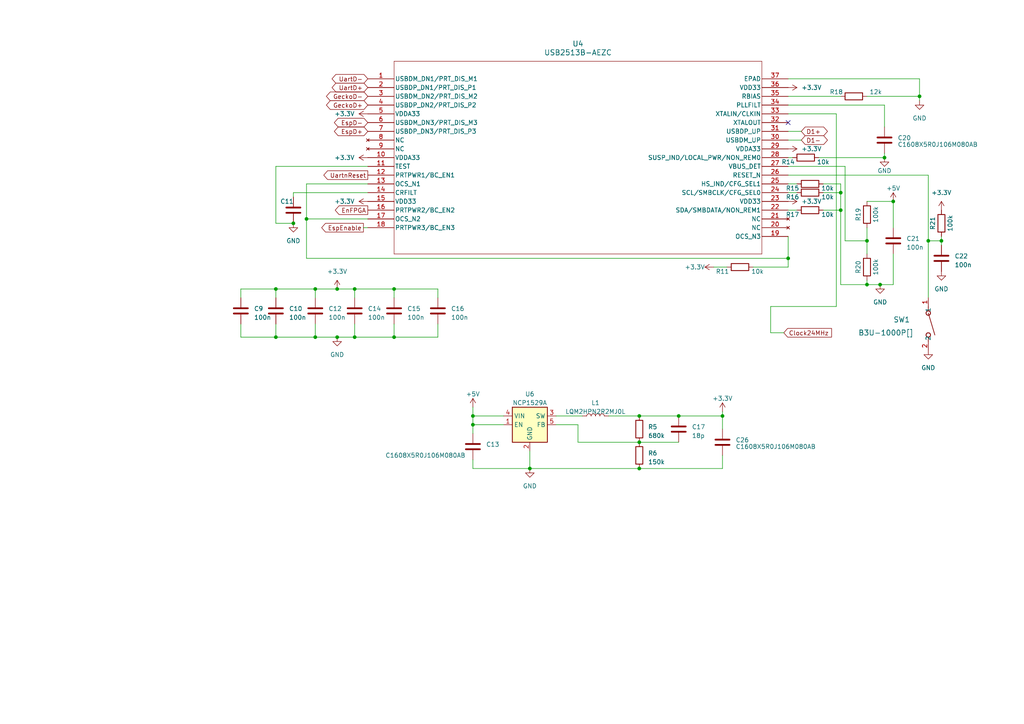
<source format=kicad_sch>
(kicad_sch (version 20230121) (generator eeschema)
  (paper "A4")
  (lib_symbols
    (symbol "Device:C" (pin_numbers hide) (pin_names (offset 0.254))
      (property "Reference" "C" (at 0.635 2.54 0))
      (property "Value" "C" (at 0.635 -2.54 0))
      (symbol "C_0_1"
        (polyline (pts (xy -2.032 -0.762) (xy 2.032 -0.762)) (stroke (width 0.508)))
        (polyline (pts (xy -2.032 0.762) (xy 2.032 0.762)) (stroke (width 0.508)))
      )
      (symbol "C_1_1"
        (pin passive line (at 0 3.81 270) (length 2.794) (name "~") (number "1"))
        (pin passive line (at 0 -3.81 90) (length 2.794) (name "~") (number "2"))
      )
    )
    (symbol "Device:L" (pin_numbers hide) (pin_names (offset 1.016) hide)
      (property "Reference" "L" (at -1.27 0 90))
      (property "Value" "L" (at 1.905 0 90))
      (symbol "L_0_1"
        (arc (start 0 -2.54) (mid 0.6323 -1.905) (end 0 -1.27))
        (arc (start 0 -1.27) (mid 0.6323 -0.635) (end 0 0))
        (arc (start 0 0) (mid 0.6323 0.635) (end 0 1.27))
        (arc (start 0 1.27) (mid 0.6323 1.905) (end 0 2.54))
      )
      (symbol "L_1_1"
        (pin passive line (at 0 3.81 270) (length 1.27) (name "1") (number "1"))
        (pin passive line (at 0 -3.81 90) (length 1.27) (name "2") (number "2"))
      )
    )
    (symbol "Device:R" (pin_numbers hide) (pin_names (offset 0))
      (property "Reference" "R" (at 2.032 0 90))
      (property "Value" "R" (at 0 0 90))
      (symbol "R_0_1"
        (rectangle (start -1.016 -2.54) (end 1.016 2.54) (stroke (width 0.254)))
      )
      (symbol "R_1_1"
        (pin passive line (at 0 3.81 270) (length 1.27) (name "~") (number "1"))
        (pin passive line (at 0 -3.81 90) (length 1.27) (name "~") (number "2"))
      )
    )
    (symbol "Regulator_Switching:NCP1529A"
      (property "Reference" "U" (at -5.08 6.35 0))
      (property "Value" "NCP1529A" (at 0 6.35 0))
      (symbol "NCP1529A_0_1"
        (rectangle (start -5.08 5.08) (end 5.08 -5.08) (stroke (width 0.254)) (fill (type background)))
      )
      (symbol "NCP1529A_1_1"
        (pin input line (at -7.62 0 0) (length 2.54) (name "EN") (number "1"))
        (pin power_in line (at 0 -7.62 90) (length 2.54) (name "GND") (number "2"))
        (pin power_out line (at 7.62 2.54 180) (length 2.54) (name "SW") (number "3"))
        (pin power_in line (at -7.62 2.54 0) (length 2.54) (name "VIN") (number "4"))
        (pin input line (at 7.62 0 180) (length 2.54) (name "FB") (number "5"))
      )
    )
    (symbol "cpuAddOn:B3U-1000P[]" (pin_names (offset 0.254))
      (property "Reference" "SW" (at 7.62 3.81 0))
      (property "Value" "B3U-1000P[]" (at 0 0 0))
      (symbol "B3U-1000P[]_0_1"
        (polyline (pts (xy 2.54 0) (xy 3.81 0)) (stroke (width 0.2032)))
        (polyline (pts (xy 4.445 -1.905) (xy 10.795 0)) (stroke (width 0.2032)))
        (polyline (pts (xy 12.7 0) (xy 11.43 0)) (stroke (width 0.2032)))
        (circle (center 4.445 0) (radius 0.635) (stroke (width 0.254)))
        (circle (center 10.795 0) (radius 0.635) (stroke (width 0.254)))
        (pin unspecified line (at 15.24 0 180) (length 2.54) (name "1") (number "1"))
        (pin unspecified line (at 0 0 0) (length 2.54) (name "2") (number "2"))
      )
    )
    (symbol "cpuAddOn:USB2513B-AEZC" (pin_names (offset 0.254))
      (property "Reference" "U" (at 60.96 10.16 0))
      (property "Value" "USB2513B-AEZC" (at 60.96 7.62 0))
      (symbol "USB2513B-AEZC_0_1"
        (polyline (pts (xy 7.62 -50.8) (xy 114.3 -50.8)) (stroke (width 0.127)))
        (polyline (pts (xy 7.62 5.08) (xy 7.62 -50.8)) (stroke (width 0.127)))
        (polyline (pts (xy 114.3 -50.8) (xy 114.3 5.08)) (stroke (width 0.127)))
        (polyline (pts (xy 114.3 5.08) (xy 7.62 5.08)) (stroke (width 0.127)))
        (pin bidirectional line (at 0 0 0) (length 7.62) (name "USBDM_DN1/PRT_DIS_M1") (number "1"))
        (pin power_in line (at 0 -22.86 0) (length 7.62) (name "VDDA33") (number "10"))
        (pin input line (at 0 -25.4 0) (length 7.62) (name "TEST") (number "11"))
        (pin bidirectional line (at 0 -27.94 0) (length 7.62) (name "PRTPWR1/BC_EN1") (number "12"))
        (pin bidirectional line (at 0 -30.48 0) (length 7.62) (name "OCS_N1") (number "13"))
        (pin bidirectional line (at 0 -33.02 0) (length 7.62) (name "CRFILT") (number "14"))
        (pin power_in line (at 0 -35.56 0) (length 7.62) (name "VDD33") (number "15"))
        (pin bidirectional line (at 0 -38.1 0) (length 7.62) (name "PRTPWR2/BC_EN2") (number "16"))
        (pin bidirectional line (at 0 -40.64 0) (length 7.62) (name "OCS_N2") (number "17"))
        (pin bidirectional line (at 0 -43.18 0) (length 7.62) (name "PRTPWR3/BC_EN3") (number "18"))
        (pin bidirectional line (at 121.92 -45.72 180) (length 7.62) (name "OCS_N3") (number "19"))
        (pin bidirectional line (at 0 -2.54 0) (length 7.62) (name "USBDP_DN1/PRT_DIS_P1") (number "2"))
        (pin no_connect line (at 121.92 -43.18 180) (length 7.62) (name "NC") (number "20"))
        (pin no_connect line (at 121.92 -40.64 180) (length 7.62) (name "NC") (number "21"))
        (pin bidirectional line (at 121.92 -38.1 180) (length 7.62) (name "SDA/SMBDATA/NON_REM1") (number "22"))
        (pin power_in line (at 121.92 -35.56 180) (length 7.62) (name "VDD33") (number "23"))
        (pin bidirectional line (at 121.92 -33.02 180) (length 7.62) (name "SCL/SMBCLK/CFG_SEL0") (number "24"))
        (pin bidirectional line (at 121.92 -30.48 180) (length 7.62) (name "HS_IND/CFG_SEL1") (number "25"))
        (pin bidirectional line (at 121.92 -27.94 180) (length 7.62) (name "RESET_N") (number "26"))
        (pin bidirectional line (at 121.92 -25.4 180) (length 7.62) (name "VBUS_DET") (number "27"))
        (pin bidirectional line (at 121.92 -22.86 180) (length 7.62) (name "SUSP_IND/LOCAL_PWR/NON_REM0") (number "28"))
        (pin power_in line (at 121.92 -20.32 180) (length 7.62) (name "VDDA33") (number "29"))
        (pin bidirectional line (at 0 -5.08 0) (length 7.62) (name "USBDM_DN2/PRT_DIS_M2") (number "3"))
        (pin bidirectional line (at 121.92 -17.78 180) (length 7.62) (name "USBDM_UP") (number "30"))
        (pin bidirectional line (at 121.92 -15.24 180) (length 7.62) (name "USBDP_UP") (number "31"))
        (pin output line (at 121.92 -12.7 180) (length 7.62) (name "XTALOUT") (number "32"))
        (pin input line (at 121.92 -10.16 180) (length 7.62) (name "XTALIN/CLKIN") (number "33"))
        (pin bidirectional line (at 121.92 -7.62 180) (length 7.62) (name "PLLFILT") (number "34"))
        (pin bidirectional line (at 121.92 -5.08 180) (length 7.62) (name "RBIAS") (number "35"))
        (pin power_in line (at 121.92 -2.54 180) (length 7.62) (name "VDD33") (number "36"))
        (pin unspecified line (at 121.92 0 180) (length 7.62) (name "EPAD") (number "37"))
        (pin bidirectional line (at 0 -7.62 0) (length 7.62) (name "USBDP_DN2/PRT_DIS_P2") (number "4"))
        (pin power_in line (at 0 -10.16 0) (length 7.62) (name "VDDA33") (number "5"))
        (pin bidirectional line (at 0 -12.7 0) (length 7.62) (name "USBDM_DN3/PRT_DIS_M3") (number "6"))
        (pin bidirectional line (at 0 -15.24 0) (length 7.62) (name "USBDP_DN3/PRT_DIS_P3") (number "7"))
        (pin no_connect line (at 0 -17.78 0) (length 7.62) (name "NC") (number "8"))
        (pin no_connect line (at 0 -20.32 0) (length 7.62) (name "NC") (number "9"))
      )
    )
    (symbol "power:+3.3V" (power) (pin_names (offset 0))
      (property "Value" "+3.3V" (at 0 3.556 0))
      (symbol "+3.3V_0_1"
        (polyline (pts (xy -0.762 1.27) (xy 0 2.54)))
        (polyline (pts (xy 0 0) (xy 0 2.54)))
        (polyline (pts (xy 0 2.54) (xy 0.762 1.27)))
      )
      (symbol "+3.3V_1_1"
        (pin power_in line (at 0 0 90) (length 0) hide (name "+3.3V") (number "1"))
      )
    )
    (symbol "power:+5V" (power) (pin_names (offset 0))
      (property "Value" "+5V" (at 0 3.556 0))
      (symbol "+5V_0_1"
        (polyline (pts (xy -0.762 1.27) (xy 0 2.54)))
        (polyline (pts (xy 0 0) (xy 0 2.54)))
        (polyline (pts (xy 0 2.54) (xy 0.762 1.27)))
      )
      (symbol "+5V_1_1"
        (pin power_in line (at 0 0 90) (length 0) hide (name "+5V") (number "1"))
      )
    )
    (symbol "power:GND" (power) (pin_names (offset 0))
      (property "Value" "GND" (at 0 -3.81 0))
      (symbol "GND_0_1"
        (polyline (pts (xy 0 0) (xy 0 -1.27) (xy 1.27 -1.27) (xy 0 -2.54) (xy -1.27 -1.27) (xy 0 -1.27)))
      )
      (symbol "GND_1_1"
        (pin power_in line (at 0 0 270) (length 0) hide (name "GND") (number "1"))
      )
    )
  )
  (junction (at 91.44 97.79))
  (junction (at 114.3 83.82))
  (junction (at 273.05 69.85))
  (junction (at 269.24 69.85))
  (junction (at 185.42 128.27))
  (junction (at 97.79 97.79))
  (junction (at 266.7 27.94))
  (junction (at 97.79 83.82))
  (junction (at 185.42 135.89))
  (junction (at 102.87 97.79))
  (junction (at 251.46 82.55))
  (junction (at 85.09 64.77))
  (junction (at 196.85 120.65))
  (junction (at 256.54 45.72))
  (junction (at 102.87 83.82))
  (junction (at 243.84 60.96))
  (junction (at 255.27 82.55))
  (junction (at 114.3 97.79))
  (junction (at 243.84 55.88))
  (junction (at 137.16 120.65))
  (junction (at 80.01 83.82))
  (junction (at 185.42 120.65))
  (junction (at 153.67 135.89))
  (junction (at 228.6 74.93))
  (junction (at 80.01 97.79))
  (junction (at 137.16 123.19))
  (junction (at 251.46 69.85))
  (junction (at 259.08 58.42))
  (junction (at 88.9 63.5))
  (junction (at 91.44 83.82))
  (junction (at 209.55 120.65))
  (no_connect (at 228.6 35.56))
  (wire (pts (xy 266.7 27.94) (xy 266.7 22.86)))
  (wire (pts (xy 137.16 123.19) (xy 137.16 125.73)))
  (wire (pts (xy 137.16 133.35) (xy 137.16 135.89)))
  (wire (pts (xy 259.08 82.55) (xy 255.27 82.55)))
  (wire (pts (xy 228.6 38.1) (xy 232.41 38.1)))
  (wire (pts (xy 137.16 118.11) (xy 137.16 120.65)))
  (wire (pts (xy 207.01 77.47) (xy 210.82 77.47)))
  (wire (pts (xy 223.52 88.9) (xy 242.57 88.9)))
  (wire (pts (xy 161.29 123.19) (xy 167.64 123.19)))
  (wire (pts (xy 251.46 27.94) (xy 266.7 27.94)))
  (wire (pts (xy 137.16 120.65) (xy 137.16 123.19)))
  (wire (pts (xy 69.85 93.98) (xy 69.85 97.79)))
  (wire (pts (xy 91.44 83.82) (xy 91.44 86.36)))
  (wire (pts (xy 185.42 120.65) (xy 196.85 120.65)))
  (wire (pts (xy 137.16 120.65) (xy 146.05 120.65)))
  (wire (pts (xy 243.84 82.55) (xy 251.46 82.55)))
  (wire (pts (xy 209.55 132.08) (xy 209.55 135.89)))
  (wire (pts (xy 102.87 83.82) (xy 114.3 83.82)))
  (wire (pts (xy 273.05 68.58) (xy 273.05 69.85)))
  (wire (pts (xy 228.6 77.47) (xy 228.6 74.93)))
  (wire (pts (xy 255.27 82.55) (xy 251.46 82.55)))
  (wire (pts (xy 85.09 55.88) (xy 85.09 57.15)))
  (wire (pts (xy 229.87 45.72) (xy 228.6 45.72)))
  (wire (pts (xy 228.6 27.94) (xy 243.84 27.94)))
  (wire (pts (xy 238.76 55.88) (xy 243.84 55.88)))
  (wire (pts (xy 245.11 69.85) (xy 251.46 69.85)))
  (wire (pts (xy 209.55 119.38) (xy 209.55 120.65)))
  (wire (pts (xy 127 83.82) (xy 127 86.36)))
  (wire (pts (xy 91.44 97.79) (xy 97.79 97.79)))
  (wire (pts (xy 223.52 96.52) (xy 223.52 88.9)))
  (wire (pts (xy 251.46 58.42) (xy 259.08 58.42)))
  (wire (pts (xy 80.01 83.82) (xy 91.44 83.82)))
  (wire (pts (xy 228.6 55.88) (xy 231.14 55.88)))
  (wire (pts (xy 80.01 48.26) (xy 80.01 64.77)))
  (wire (pts (xy 238.76 53.34) (xy 243.84 53.34)))
  (wire (pts (xy 256.54 30.48) (xy 256.54 36.83)))
  (wire (pts (xy 242.57 88.9) (xy 242.57 33.02)))
  (wire (pts (xy 269.24 69.85) (xy 273.05 69.85)))
  (wire (pts (xy 80.01 93.98) (xy 80.01 97.79)))
  (wire (pts (xy 69.85 97.79) (xy 80.01 97.79)))
  (wire (pts (xy 137.16 135.89) (xy 153.67 135.89)))
  (wire (pts (xy 218.44 77.47) (xy 228.6 77.47)))
  (wire (pts (xy 185.42 128.27) (xy 196.85 128.27)))
  (wire (pts (xy 153.67 130.81) (xy 153.67 135.89)))
  (wire (pts (xy 69.85 83.82) (xy 80.01 83.82)))
  (wire (pts (xy 80.01 97.79) (xy 91.44 97.79)))
  (wire (pts (xy 228.6 30.48) (xy 256.54 30.48)))
  (wire (pts (xy 97.79 83.82) (xy 102.87 83.82)))
  (wire (pts (xy 256.54 45.72) (xy 256.54 44.45)))
  (wire (pts (xy 243.84 53.34) (xy 243.84 55.88)))
  (wire (pts (xy 91.44 83.82) (xy 97.79 83.82)))
  (wire (pts (xy 102.87 83.82) (xy 102.87 86.36)))
  (wire (pts (xy 88.9 53.34) (xy 88.9 63.5)))
  (wire (pts (xy 176.53 120.65) (xy 185.42 120.65)))
  (wire (pts (xy 273.05 69.85) (xy 273.05 71.12)))
  (wire (pts (xy 209.55 135.89) (xy 185.42 135.89)))
  (wire (pts (xy 237.49 45.72) (xy 256.54 45.72)))
  (wire (pts (xy 167.64 123.19) (xy 167.64 128.27)))
  (wire (pts (xy 228.6 53.34) (xy 231.14 53.34)))
  (wire (pts (xy 251.46 82.55) (xy 251.46 81.28)))
  (wire (pts (xy 259.08 73.66) (xy 259.08 82.55)))
  (wire (pts (xy 269.24 69.85) (xy 269.24 86.36)))
  (wire (pts (xy 251.46 69.85) (xy 251.46 73.66)))
  (wire (pts (xy 228.6 40.64) (xy 232.41 40.64)))
  (wire (pts (xy 251.46 66.04) (xy 251.46 69.85)))
  (wire (pts (xy 243.84 55.88) (xy 243.84 60.96)))
  (wire (pts (xy 91.44 93.98) (xy 91.44 97.79)))
  (wire (pts (xy 106.68 55.88) (xy 85.09 55.88)))
  (wire (pts (xy 97.79 97.79) (xy 102.87 97.79)))
  (wire (pts (xy 105.41 66.04) (xy 106.68 66.04)))
  (wire (pts (xy 227.33 96.52) (xy 223.52 96.52)))
  (wire (pts (xy 106.68 53.34) (xy 88.9 53.34)))
  (wire (pts (xy 242.57 33.02) (xy 228.6 33.02)))
  (wire (pts (xy 266.7 22.86) (xy 228.6 22.86)))
  (wire (pts (xy 245.11 48.26) (xy 245.11 69.85)))
  (wire (pts (xy 153.67 135.89) (xy 185.42 135.89)))
  (wire (pts (xy 127 97.79) (xy 127 93.98)))
  (wire (pts (xy 114.3 97.79) (xy 127 97.79)))
  (wire (pts (xy 114.3 83.82) (xy 127 83.82)))
  (wire (pts (xy 106.68 48.26) (xy 80.01 48.26)))
  (wire (pts (xy 238.76 60.96) (xy 243.84 60.96)))
  (wire (pts (xy 88.9 63.5) (xy 88.9 74.93)))
  (wire (pts (xy 266.7 29.21) (xy 266.7 27.94)))
  (wire (pts (xy 69.85 86.36) (xy 69.85 83.82)))
  (wire (pts (xy 259.08 58.42) (xy 259.08 66.04)))
  (wire (pts (xy 114.3 83.82) (xy 114.3 86.36)))
  (wire (pts (xy 269.24 50.8) (xy 269.24 69.85)))
  (wire (pts (xy 114.3 93.98) (xy 114.3 97.79)))
  (wire (pts (xy 209.55 120.65) (xy 196.85 120.65)))
  (wire (pts (xy 146.05 123.19) (xy 137.16 123.19)))
  (wire (pts (xy 228.6 74.93) (xy 228.6 68.58)))
  (wire (pts (xy 228.6 60.96) (xy 231.14 60.96)))
  (wire (pts (xy 88.9 74.93) (xy 228.6 74.93)))
  (wire (pts (xy 161.29 120.65) (xy 168.91 120.65)))
  (wire (pts (xy 102.87 93.98) (xy 102.87 97.79)))
  (wire (pts (xy 228.6 50.8) (xy 269.24 50.8)))
  (wire (pts (xy 209.55 124.46) (xy 209.55 120.65)))
  (wire (pts (xy 228.6 48.26) (xy 245.11 48.26)))
  (wire (pts (xy 167.64 128.27) (xy 185.42 128.27)))
  (wire (pts (xy 102.87 97.79) (xy 114.3 97.79)))
  (wire (pts (xy 243.84 60.96) (xy 243.84 82.55)))
  (wire (pts (xy 80.01 64.77) (xy 85.09 64.77)))
  (wire (pts (xy 80.01 83.82) (xy 80.01 86.36)))
  (wire (pts (xy 88.9 63.5) (xy 106.68 63.5)))
  (global_label "D1-" (shape bidirectional) (at 232.41 40.64 0) (property "Intersheetrefs" "${INTERSHEET_REFS}" (effects hide)))
  (global_label "GeckoD-" (shape bidirectional) (at 106.68 27.94 180) (property "Intersheetrefs" "${INTERSHEET_REFS}" (effects hide)))
  (global_label "UartnReset" (shape output) (at 106.68 50.8 180) (property "Intersheetrefs" "${INTERSHEET_REFS}" (effects hide)))
  (global_label "EnFPGA" (shape output) (at 106.68 60.96 180) (property "Intersheetrefs" "${INTERSHEET_REFS}" (effects hide)))
  (global_label "EspEnable" (shape output) (at 105.41 66.04 180) (property "Intersheetrefs" "${INTERSHEET_REFS}" (effects hide)))
  (global_label "GeckoD+" (shape bidirectional) (at 106.68 30.48 180) (property "Intersheetrefs" "${INTERSHEET_REFS}" (effects hide)))
  (global_label "UartD+" (shape bidirectional) (at 106.68 25.4 180) (property "Intersheetrefs" "${INTERSHEET_REFS}" (effects hide)))
  (global_label "EspD+" (shape bidirectional) (at 106.68 38.1 180) (property "Intersheetrefs" "${INTERSHEET_REFS}" (effects hide)))
  (global_label "UartD-" (shape bidirectional) (at 106.68 22.86 180) (property "Intersheetrefs" "${INTERSHEET_REFS}" (effects hide)))
  (global_label "Clock24MHz" (shape input) (at 227.33 96.52 0) (property "Intersheetrefs" "${INTERSHEET_REFS}" (effects hide)))
  (global_label "D1+" (shape bidirectional) (at 232.41 38.1 0) (property "Intersheetrefs" "${INTERSHEET_REFS}" (effects hide)))
  (global_label "EspD-" (shape bidirectional) (at 106.68 35.56 180) (property "Intersheetrefs" "${INTERSHEET_REFS}" (effects hide)))
  (symbol (lib_id "Device:C") (at 209.55 128.27 0) (unit 1)
    (property "Reference" "C26" (at 213.36 127.635 0) (effects (justify left)))
    (property "Value" "C1608X5R0J106M080AB" (at 213.36 129.54 0) (effects (justify left)))
    (property "Footprint" "Capacitor_SMD:C_0603_1608Metric" (effects hide))
  )
  (symbol (lib_id "power:+3.3V") (at 106.68 58.42 90) (unit 1)
    (property "Reference" "#PWR028" (effects hide))
    (property "Value" "+3.3V" (at 102.87 58.42 90) (effects (justify left)))
  )
  (symbol (lib_id "power:GND") (at 256.54 45.72 0) (unit 1)
    (property "Reference" "#PWR042" (effects hide))
    (property "Value" "GND" (at 256.54 49.53 0))
  )
  (symbol (lib_id "power:+3.3V") (at 228.6 43.18 270) (unit 1)
    (property "Reference" "#PWR037" (effects hide))
    (property "Value" "+3.3V" (at 232.41 43.18 90) (effects (justify left)))
  )
  (symbol (lib_id "Device:C") (at 69.85 90.17 0) (unit 1)
    (property "Reference" "C9" (at 73.66 89.535 0) (effects (justify left)))
    (property "Value" "100n" (at 73.66 92.075 0) (effects (justify left)))
    (property "Footprint" "Capacitor_SMD:C_0402_1005Metric" (effects hide))
  )
  (symbol (lib_id "Device:C") (at 91.44 90.17 0) (unit 1)
    (property "Reference" "C12" (at 95.25 89.535 0) (effects (justify left)))
    (property "Value" "100n" (at 95.25 92.075 0) (effects (justify left)))
    (property "Footprint" "Capacitor_SMD:C_0402_1005Metric" (effects hide))
  )
  (symbol (lib_id "power:+5V") (at 137.16 118.11 0) (unit 1)
    (property "Reference" "#PWR018" (effects hide))
    (property "Value" "+5V" (at 137.16 114.3 0))
  )
  (symbol (lib_id "Device:R") (at 273.05 64.77 180) (unit 1)
    (property "Reference" "R21" (at 270.51 64.77 90))
    (property "Value" "100k" (at 275.59 64.77 90))
    (property "Footprint" "Resistor_SMD:R_0402_1005Metric" (effects hide))
  )
  (symbol (lib_id "cpuAddOn:USB2513B-AEZC") (at 106.68 22.86 0) (unit 1)
    (property "Reference" "U4" (at 167.64 12.7 0) (effects (font (size 1.524 1.524))))
    (property "Value" "USB2513B-AEZC" (at 167.64 15.24 0) (effects (font (size 1.524 1.524))))
    (property "Footprint" "addOnTemplate:QFN36_6X6MC_MCH" (effects hide))
    (property "Datasheet" "USB2513B-AEZC" (effects hide))
  )
  (symbol (lib_id "Device:C") (at 137.16 129.54 0) (unit 1)
    (property "Reference" "C13" (at 140.97 128.905 0) (effects (justify left)))
    (property "Value" "C1608X5R0J106M080AB" (at 111.76 132.08 0) (effects (justify left)))
    (property "Footprint" "Capacitor_SMD:C_0603_1608Metric" (effects hide))
  )
  (symbol (lib_id "power:GND") (at 273.05 78.74 0) (unit 1)
    (property "Reference" "#PWR047" (effects hide))
    (property "Value" "GND" (at 273.05 83.82 0))
  )
  (symbol (lib_id "Device:C") (at 273.05 74.93 0) (unit 1)
    (property "Reference" "C22" (at 276.86 74.295 0) (effects (justify left)))
    (property "Value" "100n" (at 276.86 76.835 0) (effects (justify left)))
    (property "Footprint" "Capacitor_SMD:C_0402_1005Metric" (effects hide))
  )
  (symbol (lib_id "power:+3.3V") (at 209.55 119.38 0) (unit 1)
    (property "Reference" "#PWR029" (effects hide))
    (property "Value" "+3.3V" (at 209.55 115.57 0))
  )
  (symbol (lib_id "Device:C") (at 256.54 40.64 0) (unit 1)
    (property "Reference" "C20" (at 260.35 40.005 0) (effects (justify left)))
    (property "Value" "C1608X5R0J106M080AB" (at 260.35 41.91 0) (effects (justify left)))
    (property "Footprint" "Capacitor_SMD:C_0603_1608Metric" (effects hide))
  )
  (symbol (lib_id "power:GND") (at 255.27 82.55 0) (unit 1)
    (property "Reference" "#PWR041" (effects hide))
    (property "Value" "GND" (at 255.27 87.63 0))
  )
  (symbol (lib_id "power:GND") (at 153.67 135.89 0) (unit 1)
    (property "Reference" "#PWR025" (effects hide))
    (property "Value" "GND" (at 153.67 140.97 0))
  )
  (symbol (lib_id "Regulator_Switching:NCP1529A") (at 153.67 123.19 0) (unit 1)
    (property "Reference" "U6" (at 153.67 114.3 0))
    (property "Value" "NCP1529A" (at 153.67 116.84 0))
    (property "Footprint" "Package_TO_SOT_SMD:SOT-23-5" (effects hide))
    (property "Datasheet" "https://www.onsemi.com/pub/Collateral/NCP1529-D.PDF" (effects hide))
  )
  (symbol (lib_id "power:+3.3V") (at 273.05 60.96 0) (unit 1)
    (property "Reference" "#PWR046" (effects hide))
    (property "Value" "+3.3V" (at 273.05 55.88 0))
  )
  (symbol (lib_id "Device:C") (at 196.85 124.46 0) (unit 1)
    (property "Reference" "C17" (at 200.66 123.825 0) (effects (justify left)))
    (property "Value" "18p" (at 200.66 126.365 0) (effects (justify left)))
    (property "Footprint" "Capacitor_SMD:C_0402_1005Metric" (effects hide))
  )
  (symbol (lib_id "power:+3.3V") (at 228.6 25.4 270) (unit 1)
    (property "Reference" "#PWR036" (effects hide))
    (property "Value" "+3.3V" (at 232.41 25.4 90) (effects (justify left)))
  )
  (symbol (lib_id "Device:R") (at 234.95 60.96 270) (unit 1)
    (property "Reference" "R17" (at 229.87 62.23 90))
    (property "Value" "10k" (at 240.03 62.23 90))
    (property "Footprint" "Resistor_SMD:R_0402_1005Metric" (effects hide))
  )
  (symbol (lib_id "Device:C") (at 80.01 90.17 0) (unit 1)
    (property "Reference" "C10" (at 83.82 89.535 0) (effects (justify left)))
    (property "Value" "100n" (at 83.82 92.075 0) (effects (justify left)))
    (property "Footprint" "Capacitor_SMD:C_0402_1005Metric" (effects hide))
  )
  (symbol (lib_id "cpuAddOn:B3U-1000P[]") (at 269.24 101.6 90) (unit 1)
    (property "Reference" "SW1" (at 259.08 92.71 90) (effects (font (size 1.524 1.524)) (justify right)))
    (property "Value" "B3U-1000P[]" (at 248.92 96.52 90) (effects (font (size 1.524 1.524)) (justify right)))
    (property "Footprint" "addOnTemplate:SW_B3U-1000P_OMR" (effects hide))
    (property "Datasheet" "B3U-1000P[]" (effects hide))
  )
  (symbol (lib_id "Device:R") (at 185.42 124.46 0) (unit 1)
    (property "Reference" "R5" (at 187.96 123.825 0) (effects (justify left)))
    (property "Value" "680k" (at 187.96 126.365 0) (effects (justify left)))
    (property "Footprint" "Resistor_SMD:R_0402_1005Metric" (effects hide))
  )
  (symbol (lib_id "Device:C") (at 127 90.17 0) (unit 1)
    (property "Reference" "C16" (at 130.81 89.535 0) (effects (justify left)))
    (property "Value" "100n" (at 130.81 92.075 0) (effects (justify left)))
    (property "Footprint" "Capacitor_SMD:C_0402_1005Metric" (effects hide))
  )
  (symbol (lib_id "Device:R") (at 251.46 62.23 180) (unit 1)
    (property "Reference" "R19" (at 248.92 62.23 90))
    (property "Value" "100k" (at 254 62.23 90))
    (property "Footprint" "Resistor_SMD:R_0402_1005Metric" (effects hide))
  )
  (symbol (lib_id "Device:R") (at 185.42 132.08 0) (unit 1)
    (property "Reference" "R6" (at 187.96 131.445 0) (effects (justify left)))
    (property "Value" "150k" (at 187.96 133.985 0) (effects (justify left)))
    (property "Footprint" "Resistor_SMD:R_0402_1005Metric" (effects hide))
  )
  (symbol (lib_id "Device:L") (at 172.72 120.65 90) (unit 1)
    (property "Reference" "L1" (at 172.72 116.84 90))
    (property "Value" "LQM2HPN2R2MJ0L" (at 172.72 119.38 90))
    (property "Footprint" "addOnTemplate:LQM2HPN2R2MJ0L" (effects hide))
  )
  (symbol (lib_id "power:+3.3V") (at 106.68 33.02 90) (unit 1)
    (property "Reference" "#PWR026" (effects hide))
    (property "Value" "+3.3V" (at 102.87 33.02 90) (effects (justify left)))
  )
  (symbol (lib_id "power:GND") (at 97.79 97.79 0) (unit 1)
    (property "Reference" "#PWR024" (effects hide))
    (property "Value" "GND" (at 97.79 102.87 0))
  )
  (symbol (lib_id "Device:C") (at 85.09 60.96 0) (unit 1)
    (property "Reference" "C11" (at 81.28 58.42 0) (effects (justify left)))
    (property "Value" "C1608X5R0J106M080AB" (effects hide))
    (property "Footprint" "Capacitor_SMD:C_0603_1608Metric" (effects hide))
  )
  (symbol (lib_id "Device:R") (at 233.68 45.72 270) (unit 1)
    (property "Reference" "R14" (at 228.6 46.99 90))
    (property "Value" "10k" (at 238.76 46.99 90))
    (property "Footprint" "Resistor_SMD:R_0402_1005Metric" (effects hide))
  )
  (symbol (lib_id "Device:R") (at 234.95 55.88 270) (unit 1)
    (property "Reference" "R16" (at 229.87 57.15 90))
    (property "Value" "10k" (at 240.03 57.15 90))
    (property "Footprint" "Resistor_SMD:R_0402_1005Metric" (effects hide))
  )
  (symbol (lib_id "power:+3.3V") (at 228.6 58.42 270) (unit 1)
    (property "Reference" "#PWR038" (effects hide))
    (property "Value" "+3.3V" (at 232.41 58.42 90) (effects (justify left)))
  )
  (symbol (lib_id "power:GND") (at 266.7 29.21 0) (unit 1)
    (property "Reference" "#PWR044" (effects hide))
    (property "Value" "GND" (at 266.7 34.29 0))
  )
  (symbol (lib_id "Device:C") (at 102.87 90.17 0) (unit 1)
    (property "Reference" "C14" (at 106.68 89.535 0) (effects (justify left)))
    (property "Value" "100n" (at 106.68 92.075 0) (effects (justify left)))
    (property "Footprint" "Capacitor_SMD:C_0402_1005Metric" (effects hide))
  )
  (symbol (lib_id "power:+5V") (at 259.08 58.42 0) (unit 1)
    (property "Reference" "#PWR043" (effects hide))
    (property "Value" "+5V" (at 259.08 54.61 0))
  )
  (symbol (lib_id "power:+3.3V") (at 97.79 83.82 0) (unit 1)
    (property "Reference" "#PWR023" (effects hide))
    (property "Value" "+3.3V" (at 97.79 78.74 0))
  )
  (symbol (lib_id "Device:R") (at 247.65 27.94 270) (unit 1)
    (property "Reference" "R18" (at 242.57 26.67 90))
    (property "Value" "12k" (at 254 26.67 90))
    (property "Footprint" "Resistor_SMD:R_0402_1005Metric" (effects hide))
  )
  (symbol (lib_id "Device:R") (at 214.63 77.47 270) (unit 1)
    (property "Reference" "R11" (at 209.55 78.74 90))
    (property "Value" "10k" (at 219.71 78.74 90))
    (property "Footprint" "Resistor_SMD:R_0402_1005Metric" (effects hide))
  )
  (symbol (lib_id "Device:C") (at 114.3 90.17 0) (unit 1)
    (property "Reference" "C15" (at 118.11 89.535 0) (effects (justify left)))
    (property "Value" "100n" (at 118.11 92.075 0) (effects (justify left)))
    (property "Footprint" "Capacitor_SMD:C_0402_1005Metric" (effects hide))
  )
  (symbol (lib_id "power:+3.3V") (at 106.68 45.72 90) (unit 1)
    (property "Reference" "#PWR027" (effects hide))
    (property "Value" "+3.3V" (at 102.87 45.72 90) (effects (justify left)))
  )
  (symbol (lib_id "power:+3.3V") (at 207.01 77.47 90) (unit 1)
    (property "Reference" "#PWR035" (effects hide))
    (property "Value" "+3.3V" (at 204.47 77.47 90) (effects (justify left)))
  )
  (symbol (lib_id "power:GND") (at 269.24 101.6 0) (unit 1)
    (property "Reference" "#PWR045" (effects hide))
    (property "Value" "GND" (at 269.24 106.68 0))
  )
  (symbol (lib_id "power:GND") (at 85.09 64.77 0) (unit 1)
    (property "Reference" "#PWR022" (effects hide))
    (property "Value" "GND" (at 85.09 69.85 0))
  )
  (symbol (lib_id "Device:C") (at 259.08 69.85 0) (unit 1)
    (property "Reference" "C21" (at 262.89 69.215 0) (effects (justify left)))
    (property "Value" "100n" (at 262.89 71.755 0) (effects (justify left)))
    (property "Footprint" "Capacitor_SMD:C_0402_1005Metric" (effects hide))
  )
  (symbol (lib_id "Device:R") (at 251.46 77.47 180) (unit 1)
    (property "Reference" "R20" (at 248.92 77.47 90))
    (property "Value" "100k" (at 254 77.47 90))
    (property "Footprint" "Resistor_SMD:R_0402_1005Metric" (effects hide))
  )
  (symbol (lib_id "Device:R") (at 234.95 53.34 270) (unit 1)
    (property "Reference" "R15" (at 229.87 54.61 90))
    (property "Value" "10k" (at 240.03 54.61 90))
    (property "Footprint" "Resistor_SMD:R_0402_1005Metric" (effects hide))
  )
)
</source>
